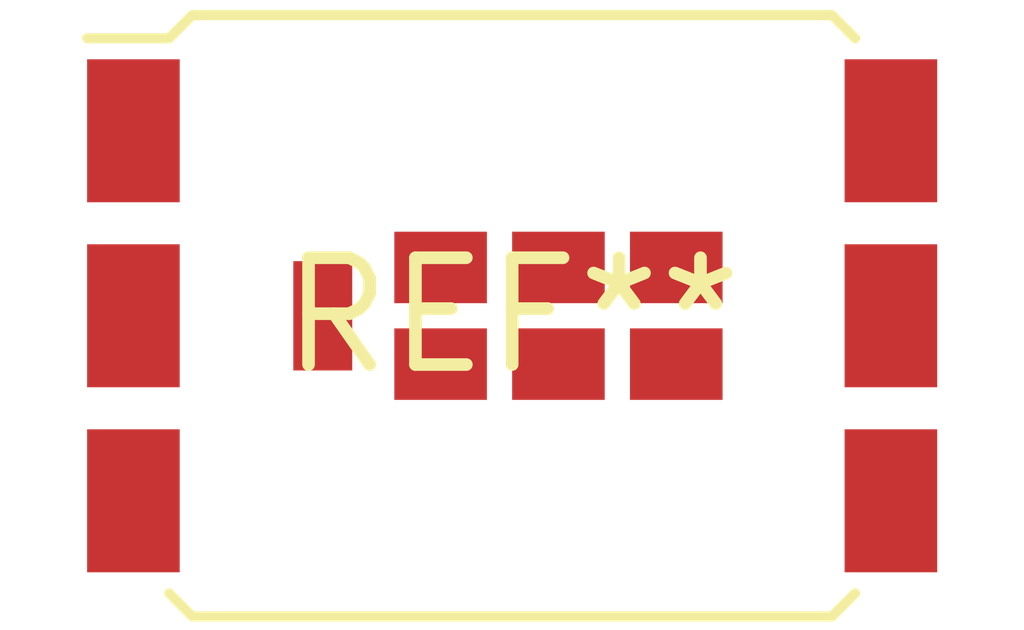
<source format=kicad_pcb>
(kicad_pcb (version 20240108) (generator pcbnew)
  (layers (0 "F.Cu" signal) (31 "B.Cu" signal) (34 "B.Paste" user) (35 "F.Paste" user) (36 "B.SilkS" user "B.Silkscreen") (37 "F.SilkS" user "F.Silkscreen") (38 "B.Mask" user) (39 "F.Mask" user) (44 "Edge.Cuts" user))
  (net 0 "")
  (footprint "DirectFET_L6" (layer "F.Cu") (at 0 0)
    (property "Reference" "REF**")
    (property "Value" "DirectFET_L6")
    (fp_line (start -5.05 -3.3) (end -4.075 -3.3) (layer "F.SilkS") (stroke (width 0.12)))
    (fp_line (start -4.075 -3.3) (end -3.8 -3.575) (layer "F.SilkS") (stroke (width 0.12)))
    (fp_line (start -4.075 3.3) (end -3.8 3.575) (layer "F.SilkS") (stroke (width 0.12)))
    (fp_line (start 3.8 -3.575) (end -3.8 -3.575) (layer "F.SilkS") (stroke (width 0.12)))
    (fp_line (start 3.8 3.575) (end -3.8 3.575) (layer "F.SilkS") (stroke (width 0.12)))
    (fp_line (start 4.075 -3.3) (end 3.8 -3.575) (layer "F.SilkS") (stroke (width 0.12)))
    (fp_line (start 4.075 3.3) (end 3.8 3.575) (layer "F.SilkS") (stroke (width 0.12)))
    (pad "1" smd rect (at -4.5 -2.2) (size 1.1 1.7) (layers "F.Cu" "F.Paste" "F.Mask"))
    (pad "1" smd rect (at -4.5 0) (size 1.1 1.7) (layers "F.Cu" "F.Paste" "F.Mask"))
    (pad "1" smd rect (at -4.5 2.2) (size 1.1 1.7) (layers "F.Cu" "F.Paste" "F.Mask"))
    (pad "1" smd rect (at 4.5 -2.2) (size 1.1 1.7) (layers "F.Cu" "F.Paste" "F.Mask"))
    (pad "1" smd rect (at 4.5 0) (size 1.1 1.7) (layers "F.Cu" "F.Paste" "F.Mask"))
    (pad "1" smd rect (at 4.5 2.2) (size 1.1 1.7) (layers "F.Cu" "F.Paste" "F.Mask"))
    (pad "2" smd rect (at -2.25 0) (size 0.7 1.3) (layers "F.Cu" "F.Paste" "F.Mask"))
    (pad "3" smd rect (at -0.85 -0.575) (size 1.1 0.85) (layers "F.Cu" "F.Paste" "F.Mask"))
    (pad "3" smd rect (at -0.85 0.575) (size 1.1 0.85) (layers "F.Cu" "F.Paste" "F.Mask"))
    (pad "3" smd rect (at 0.55 -0.575) (size 1.1 0.85) (layers "F.Cu" "F.Paste" "F.Mask"))
    (pad "3" smd rect (at 0.55 0.575) (size 1.1 0.85) (layers "F.Cu" "F.Paste" "F.Mask"))
    (pad "3" smd rect (at 1.95 -0.575) (size 1.1 0.85) (layers "F.Cu" "F.Paste" "F.Mask"))
    (pad "3" smd rect (at 1.95 0.575) (size 1.1 0.85) (layers "F.Cu" "F.Paste" "F.Mask"))
  )
)
</source>
